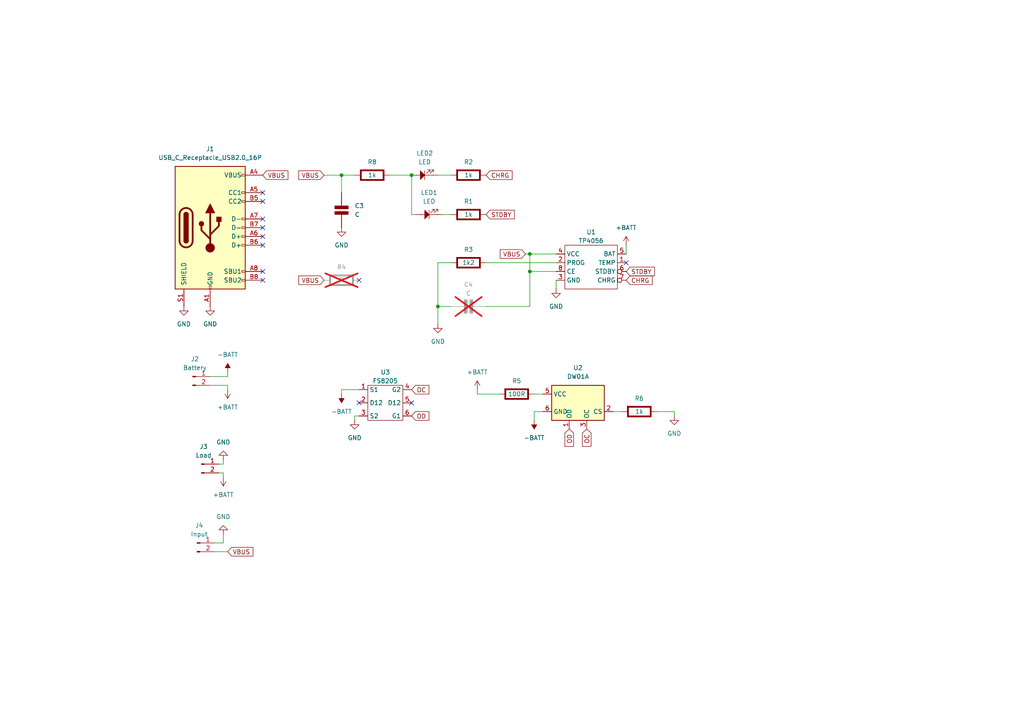
<source format=kicad_sch>
(kicad_sch (version 20231120) (generator "eeschema") (generator_version "8.0")
  (paper "A4")
  (lib_symbols
    (symbol "Battery_Management:DW01A"
      (property "Reference" "U" (at -6.604 6.35 0))
      (property "Value" "DW01A" (at 4.318 6.604 0))
      (symbol "DW01A_0_1"
        (pin output line (at -2.54 -7.62 90) (length 2.54) (name "OD") (number "1"))
        (pin input line (at 10.16 -2.54 180) (length 2.54) (name "CS") (number "2"))
        (pin output line (at 2.54 -7.62 90) (length 2.54) (name "OC") (number "3"))
        (pin power_in line (at -10.16 2.54 0) (length 2.54) (name "VCC") (number "5"))
        (pin power_in line (at -10.16 -2.54 0) (length 2.54) (name "GND") (number "6"))
      )
      (symbol "DW01A_1_1"
        (rectangle (start -7.62 5.08) (end 7.62 -5.08) (stroke (width 0.254)) (fill (type background)))
        (pin no_connect line (at 10.16 2.54 180) (length 2.54) hide (name "TD") (number "4"))
      )
    )
    (symbol "Connector:Conn_01x02_Pin" (pin_names (offset 1.016) hide)
      (property "Reference" "J" (at 0 2.54 0))
      (property "Value" "Conn_01x02_Pin" (at 0 -5.08 0))
      (symbol "Conn_01x02_Pin_1_1"
        (polyline (pts (xy 1.27 -2.54) (xy 0.8636 -2.54)) (stroke (width 0.1524)))
        (polyline (pts (xy 1.27 0) (xy 0.8636 0)) (stroke (width 0.1524)))
        (rectangle (start 0.8636 -2.413) (end 0 -2.667) (stroke (width 0.1524)) (fill (type outline)))
        (rectangle (start 0.8636 0.127) (end 0 -0.127) (stroke (width 0.1524)) (fill (type outline)))
        (pin passive line (at 5.08 0 180) (length 3.81) (name "Pin_1") (number "1"))
        (pin passive line (at 5.08 -2.54 180) (length 3.81) (name "Pin_2") (number "2"))
      )
    )
    (symbol "Connector:USB_C_Receptacle_USB2.0_16P" (pin_names (offset 1.016))
      (property "Reference" "J" (at 0 22.225 0))
      (property "Value" "USB_C_Receptacle_USB2.0_16P" (at 0 19.685 0))
      (symbol "USB_C_Receptacle_USB2.0_16P_0_0"
        (rectangle (start -0.254 -17.78) (end 0.254 -16.764))
        (rectangle (start 10.16 -14.986) (end 9.144 -15.494))
        (rectangle (start 10.16 -12.446) (end 9.144 -12.954))
        (rectangle (start 10.16 -4.826) (end 9.144 -5.334))
        (rectangle (start 10.16 -2.286) (end 9.144 -2.794))
        (rectangle (start 10.16 0.254) (end 9.144 -0.254))
        (rectangle (start 10.16 2.794) (end 9.144 2.286))
        (rectangle (start 10.16 7.874) (end 9.144 7.366))
        (rectangle (start 10.16 10.414) (end 9.144 9.906))
        (rectangle (start 10.16 15.494) (end 9.144 14.986))
      )
      (symbol "USB_C_Receptacle_USB2.0_16P_0_1"
        (rectangle (start -10.16 17.78) (end 10.16 -17.78) (stroke (width 0.254)) (fill (type background)))
        (arc (start -8.89 -3.81) (mid -6.985 -5.7067) (end -5.08 -3.81) (stroke (width 0.508)))
        (arc (start -7.62 -3.81) (mid -6.985 -4.4423) (end -6.35 -3.81) (stroke (width 0.254)))
        (arc (start -7.62 -3.81) (mid -6.985 -4.4423) (end -6.35 -3.81) (stroke (width 0.254)) (fill (type outline)))
        (rectangle (start -7.62 -3.81) (end -6.35 3.81) (stroke (width 0.254)) (fill (type outline)))
        (arc (start -6.35 3.81) (mid -6.985 4.4423) (end -7.62 3.81) (stroke (width 0.254)))
        (arc (start -6.35 3.81) (mid -6.985 4.4423) (end -7.62 3.81) (stroke (width 0.254)) (fill (type outline)))
        (arc (start -5.08 3.81) (mid -6.985 5.7067) (end -8.89 3.81) (stroke (width 0.508)))
        (circle (center -2.54 1.143) (radius 0.635) (stroke (width 0.254)) (fill (type outline)))
        (circle (center 0 -5.842) (radius 1.27) (fill (type outline)))
        (polyline (pts (xy -8.89 -3.81) (xy -8.89 3.81)) (stroke (width 0.508)))
        (polyline (pts (xy -5.08 3.81) (xy -5.08 -3.81)) (stroke (width 0.508)))
        (polyline (pts (xy 0 -5.842) (xy 0 4.318)) (stroke (width 0.508)))
        (polyline (pts (xy 0 -3.302) (xy -2.54 -0.762) (xy -2.54 0.508)) (stroke (width 0.508)))
        (polyline (pts (xy 0 -2.032) (xy 2.54 0.508) (xy 2.54 1.778)) (stroke (width 0.508)))
        (polyline (pts (xy -1.27 4.318) (xy 0 6.858) (xy 1.27 4.318) (xy -1.27 4.318)) (stroke (width 0.254)) (fill (type outline)))
        (rectangle (start 1.905 1.778) (end 3.175 3.048) (stroke (width 0.254)) (fill (type outline)))
      )
      (symbol "USB_C_Receptacle_USB2.0_16P_1_1"
        (pin passive line (at 0 -22.86 90) (length 5.08) (name "GND") (number "A1"))
        (pin passive line (at 0 -22.86 90) (length 5.08) hide (name "GND") (number "A12"))
        (pin passive line (at 15.24 15.24 180) (length 5.08) (name "VBUS") (number "A4"))
        (pin bidirectional line (at 15.24 10.16 180) (length 5.08) (name "CC1") (number "A5"))
        (pin bidirectional line (at 15.24 -2.54 180) (length 5.08) (name "D+") (number "A6"))
        (pin bidirectional line (at 15.24 2.54 180) (length 5.08) (name "D-") (number "A7"))
        (pin bidirectional line (at 15.24 -12.7 180) (length 5.08) (name "SBU1") (number "A8"))
        (pin passive line (at 15.24 15.24 180) (length 5.08) hide (name "VBUS") (number "A9"))
        (pin passive line (at 0 -22.86 90) (length 5.08) hide (name "GND") (number "B1"))
        (pin passive line (at 0 -22.86 90) (length 5.08) hide (name "GND") (number "B12"))
        (pin passive line (at 15.24 15.24 180) (length 5.08) hide (name "VBUS") (number "B4"))
        (pin bidirectional line (at 15.24 7.62 180) (length 5.08) (name "CC2") (number "B5"))
        (pin bidirectional line (at 15.24 -5.08 180) (length 5.08) (name "D+") (number "B6"))
        (pin bidirectional line (at 15.24 0 180) (length 5.08) (name "D-") (number "B7"))
        (pin bidirectional line (at 15.24 -15.24 180) (length 5.08) (name "SBU2") (number "B8"))
        (pin passive line (at 15.24 15.24 180) (length 5.08) hide (name "VBUS") (number "B9"))
        (pin passive line (at -7.62 -22.86 90) (length 5.08) (name "SHIELD") (number "S1"))
      )
    )
    (symbol "FS8205:FS8205"
      (property "Reference" "U" (at 0 0 0))
      (symbol "FS8205_0_1"
        (rectangle (start -5.08 -1.27) (end 5.08 -11.43))
      )
      (symbol "FS8205_1_1"
        (pin power_in line (at -7.62 -2.54 0) (length 2.54) (name "S1") (number "1"))
        (pin power_in line (at -7.62 -6.35 0) (length 2.54) (name "D12") (number "2"))
        (pin power_in line (at -7.62 -10.16 0) (length 2.54) (name "S2") (number "3"))
        (pin power_in line (at 7.62 -2.54 180) (length 2.54) (name "G2") (number "4"))
        (pin power_in line (at 7.62 -6.35 180) (length 2.54) (name "D12") (number "5"))
        (pin power_in line (at 7.62 -10.16 180) (length 2.54) (name "G1") (number "6"))
      )
    )
    (symbol "PCM_Elektuur:C" (pin_numbers hide) (pin_names (offset 0) hide)
      (property "Reference" "C" (at 0.635 3.175 0))
      (property "Value" "C" (at 0.635 -3.175 0))
      (symbol "C_1_1"
        (rectangle (start -1.905 -0.4318) (end 1.905 -1.1938) (stroke (width 0.254)) (fill (type outline)))
        (rectangle (start -1.905 1.1938) (end 1.905 0.4318) (stroke (width 0.254)) (fill (type outline)))
        (pin passive line (at 0 5.08 270) (length 3.8862) (name "+") (number "1"))
        (pin passive line (at 0 -5.08 90) (length 3.8862) (name "-") (number "2"))
      )
      (symbol "C_1_2"
        (polyline (pts (xy -1.905 -1.4986) (xy 1.905 -1.4986) (xy 1.905 -0.4318) (xy -1.905 -0.4318) (xy -1.905 -1.4986) (xy -1.8034 -1.397) (xy -1.8034 -0.5334) (xy 1.8034 -0.5334) (xy 1.8034 -1.397) (xy -1.8034 -1.397) (xy -1.905 -1.4986)) (stroke (width 0.254)) (fill (type outline)))
        (polyline (pts (xy -1.905 0.4318) (xy 1.905 0.4318) (xy 1.905 1.4986) (xy -1.905 1.4986) (xy -1.905 0.4318) (xy -1.8034 0.5334) (xy -1.8034 1.397) (xy 1.8034 1.397) (xy 1.8034 0.5334) (xy -1.8034 0.5334) (xy -1.905 0.4318)) (stroke (width 0.254)) (fill (type outline)))
        (pin passive line (at 0 5.08 270) (length 3.5814) (name "+") (number "1"))
        (pin passive line (at 0 -5.08 90) (length 3.5814) (name "-") (number "2"))
      )
    )
    (symbol "PCM_Elektuur:R" (pin_numbers hide) (pin_names (offset 0) hide)
      (property "Reference" "R" (at 2.54 3.175 0))
      (property "Value" "R" (at 0 0 90))
      (symbol "R_1_1"
        (polyline (pts (xy -1.524 -3.429) (xy 1.524 -3.429) (xy 1.524 3.429) (xy -1.524 3.429) (xy -1.524 -3.429) (xy -1.27 -3.175) (xy -1.27 3.175) (xy 1.27 3.175) (xy 1.27 -3.175) (xy -1.27 -3.175) (xy -1.524 -3.429)) (stroke (width 0.254)) (fill (type outline)))
        (pin passive line (at 0 5.08 270) (length 1.651) (name "+") (number "1"))
        (pin passive line (at 0 -5.08 90) (length 1.651) (name "-") (number "2"))
      )
      (symbol "R_1_2"
        (polyline (pts (xy -0.508 -3.429) (xy 1.524 -3.429) (xy 1.524 3.429) (xy -0.508 3.429) (xy -0.508 3.175) (xy 1.27 3.175) (xy 1.27 -3.175) (xy -0.508 -3.175) (xy -0.508 -3.429)) (stroke (width 0.254)) (fill (type outline)))
        (pin passive line (at 0 5.08 270) (length 1.651) (name "+") (number "1"))
        (pin passive line (at 0 -5.08 90) (length 1.651) (name "-") (number "2"))
      )
      (symbol "R_1_3"
        (polyline (pts (xy 0 3.4798) (xy 0 3.2004) (xy 0.7112 2.794) (xy -1.1938 1.6764) (xy 0.7112 0.5588) (xy -1.1938 -0.5588) (xy 0.7112 -1.6764) (xy -1.1938 -2.794) (xy 0 -3.4798) (xy 0 -3.2004) (xy -0.7112 -2.794) (xy 1.1938 -1.6764) (xy -0.7112 -0.5588) (xy 1.1938 0.5588) (xy -0.7112 1.6764) (xy 1.1938 2.794) (xy 0 3.4798)) (stroke (width 0.254)) (fill (type outline)))
        (pin passive line (at 0 5.08 270) (length 1.6002) (name "+") (number "1"))
        (pin passive line (at 0 -5.08 90) (length 1.6002) (name "-") (number "2"))
      )
      (symbol "R_1_4"
        (polyline (pts (xy 0 4.5466) (xy 0 4.2672) (xy 0.0508 4.2418) (xy 1.016 3.683) (xy -1.524 2.2098) (xy 1.016 0.7366) (xy -1.524 -0.7366) (xy 1.016 -2.2098) (xy -1.524 -3.683) (xy -0.0762 -4.5212) (xy 0 -4.5466) (xy 0 -4.2672) (xy -0.0508 -4.2418) (xy -1.016 -3.683) (xy 1.524 -2.2098) (xy -1.016 -0.7366) (xy 1.524 0.7366) (xy -1.016 2.2098) (xy 1.524 3.683) (xy 0.0762 4.5212) (xy 0 4.5466)) (stroke (width 0.254)) (fill (type outline)))
        (pin passive line (at 0 5.08 270) (length 0.5334) (name "+") (number "1"))
        (pin passive line (at 0 -5.08 90) (length 0.5334) (name "-") (number "2"))
      )
    )
    (symbol "PCM_SL_Devices:LED"
      (property "Reference" "D" (at -0.508 5.334 0))
      (property "Value" "LED" (at -0.508 2.794 0))
      (symbol "LED_0_1"
        (polyline (pts (xy -1.27 0) (xy -2.54 0)))
        (polyline (pts (xy 0 1.27) (xy 0 -1.27)))
        (polyline (pts (xy 0.508 0.508) (xy 1.524 1.524)))
        (polyline (pts (xy 1.27 0) (xy 2.54 0)))
        (polyline (pts (xy 1.524 0.508) (xy 2.54 1.524)))
        (polyline (pts (xy 1.524 1.524) (xy 0.889 1.524)))
        (polyline (pts (xy 1.524 1.524) (xy 1.524 0.889)))
        (polyline (pts (xy 2.54 1.524) (xy 1.905 1.524)))
        (polyline (pts (xy 2.54 1.524) (xy 2.54 0.889)))
        (polyline (pts (xy 0 0) (xy -1.27 -1.27) (xy -1.27 1.27) (xy 0 0) (xy 1.27 0)) (fill (type outline)))
      )
      (symbol "LED_1_1"
        (pin passive line (at 3.81 0 180) (length 1.5) (name "~") (number "1"))
        (pin passive line (at -3.81 0 0) (length 1.5) (name "") (number "2"))
      )
    )
    (symbol "TP4056:TP4056"
      (property "Reference" "U" (at 0 0 0))
      (symbol "TP4056_0_1"
        (rectangle (start -7.62 -1.27) (end 7.62 -13.97))
      )
      (symbol "TP4056_1_1"
        (pin input line (at 10.16 -6.35 180) (length 2.54) (name "TEMP") (number "1"))
        (pin input line (at -10.16 -6.35 0) (length 2.54) (name "PROG") (number "2"))
        (pin power_in line (at -10.16 -11.43 0) (length 2.54) (name "GND") (number "3"))
        (pin power_in line (at -10.16 -3.81 0) (length 2.54) (name "VCC") (number "4"))
        (pin power_out line (at 10.16 -3.81 180) (length 2.54) (name "BAT") (number "5"))
        (pin output inverted (at 10.16 -8.89 180) (length 2.54) (name "STDBY") (number "6"))
        (pin output inverted (at 10.16 -11.43 180) (length 2.54) (name "CHRG") (number "7"))
        (pin output line (at -10.16 -8.89 0) (length 2.54) (name "CE") (number "8"))
      )
    )
    (symbol "power:+BATT" (power) (pin_numbers hide) (pin_names (offset 0) hide)
      (property "Value" "+BATT" (at 0 3.556 0))
      (symbol "+BATT_0_1"
        (polyline (pts (xy -0.762 1.27) (xy 0 2.54)))
        (polyline (pts (xy 0 0) (xy 0 2.54)))
        (polyline (pts (xy 0 2.54) (xy 0.762 1.27)))
      )
      (symbol "+BATT_1_1"
        (pin power_in line (at 0 0 90) (length 0) (name "~") (number "1"))
      )
    )
    (symbol "power:-BATT" (power) (pin_numbers hide) (pin_names (offset 0) hide)
      (property "Value" "-BATT" (at 0 3.556 0))
      (symbol "-BATT_0_1"
        (polyline (pts (xy 0 0) (xy 0 2.54)))
        (polyline (pts (xy 0.762 1.27) (xy -0.762 1.27) (xy 0 2.54) (xy 0.762 1.27)) (fill (type outline)))
      )
      (symbol "-BATT_1_1"
        (pin power_in line (at 0 0 90) (length 0) (name "~") (number "1"))
      )
    )
    (symbol "power:GND" (power) (pin_numbers hide) (pin_names (offset 0) hide)
      (property "Value" "GND" (at 0 -3.81 0))
      (symbol "GND_0_1"
        (polyline (pts (xy 0 0) (xy 0 -1.27) (xy 1.27 -1.27) (xy 0 -2.54) (xy -1.27 -1.27) (xy 0 -1.27)))
      )
      (symbol "GND_1_1"
        (pin power_in line (at 0 0 270) (length 0) (name "~") (number "1"))
      )
    )
  )
  (junction (at 153.67 73.66))
  (junction (at 127 88.9))
  (junction (at 119.38 50.8))
  (junction (at 153.67 78.74))
  (junction (at 99.06 50.8))
  (no_connect (at 76.2 78.74))
  (no_connect (at 104.14 81.28))
  (no_connect (at 76.2 58.42))
  (no_connect (at 76.2 71.12))
  (no_connect (at 76.2 68.58))
  (no_connect (at 76.2 81.28))
  (no_connect (at 76.2 66.04))
  (no_connect (at 104.14 116.84))
  (no_connect (at 119.38 116.84))
  (no_connect (at 76.2 63.5))
  (no_connect (at 181.61 76.2))
  (no_connect (at 76.2 55.88))
  (wire (pts (xy 99.06 113.03) (xy 104.14 113.03)))
  (wire (pts (xy 157.48 119.38) (xy 154.94 119.38)))
  (wire (pts (xy 64.77 137.16) (xy 63.5 137.16)))
  (wire (pts (xy 161.29 83.82) (xy 161.29 81.28)))
  (wire (pts (xy 64.77 134.62) (xy 63.5 134.62)))
  (wire (pts (xy 138.43 114.3) (xy 144.78 114.3)))
  (wire (pts (xy 153.67 73.66) (xy 161.29 73.66)))
  (wire (pts (xy 64.77 154.94) (xy 64.77 157.48)))
  (wire (pts (xy 113.03 50.8) (xy 119.38 50.8)))
  (wire (pts (xy 181.61 71.12) (xy 181.61 73.66)))
  (wire (pts (xy 195.58 120.65) (xy 195.58 119.38)))
  (wire (pts (xy 138.43 113.03) (xy 138.43 114.3)))
  (wire (pts (xy 127 50.8) (xy 130.81 50.8)))
  (wire (pts (xy 64.77 157.48) (xy 62.23 157.48)))
  (wire (pts (xy 64.77 138.43) (xy 64.77 137.16)))
  (wire (pts (xy 153.67 78.74) (xy 161.29 78.74)))
  (wire (pts (xy 64.77 133.35) (xy 64.77 134.62)))
  (wire (pts (xy 127 88.9) (xy 130.81 88.9)))
  (wire (pts (xy 66.04 113.03) (xy 66.04 111.76)))
  (wire (pts (xy 153.67 88.9) (xy 140.97 88.9)))
  (wire (pts (xy 102.87 120.65) (xy 104.14 120.65)))
  (wire (pts (xy 99.06 50.8) (xy 99.06 55.88)))
  (wire (pts (xy 99.06 50.8) (xy 102.87 50.8)))
  (wire (pts (xy 128.27 62.23) (xy 130.81 62.23)))
  (wire (pts (xy 119.38 62.23) (xy 120.65 62.23)))
  (wire (pts (xy 66.04 111.76) (xy 60.96 111.76)))
  (wire (pts (xy 127 88.9) (xy 127 76.2)))
  (wire (pts (xy 161.29 76.2) (xy 140.97 76.2)))
  (wire (pts (xy 102.87 120.65) (xy 102.87 121.92)))
  (wire (pts (xy 127 76.2) (xy 130.81 76.2)))
  (wire (pts (xy 93.98 50.8) (xy 99.06 50.8)))
  (wire (pts (xy 99.06 114.3) (xy 99.06 113.03)))
  (wire (pts (xy 119.38 62.23) (xy 119.38 50.8)))
  (wire (pts (xy 66.04 160.02) (xy 62.23 160.02)))
  (wire (pts (xy 154.94 114.3) (xy 157.48 114.3)))
  (wire (pts (xy 153.67 78.74) (xy 153.67 88.9)))
  (wire (pts (xy 66.04 109.22) (xy 60.96 109.22)))
  (wire (pts (xy 152.4 73.66) (xy 153.67 73.66)))
  (wire (pts (xy 153.67 73.66) (xy 153.67 78.74)))
  (wire (pts (xy 195.58 119.38) (xy 190.5 119.38)))
  (wire (pts (xy 154.94 119.38) (xy 154.94 121.92)))
  (wire (pts (xy 127 93.98) (xy 127 88.9)))
  (wire (pts (xy 177.8 119.38) (xy 180.34 119.38)))
  (wire (pts (xy 66.04 107.95) (xy 66.04 109.22)))
  (global_label "VBUS" (shape input) (at 66.04 160.02 0) (property "Intersheetrefs" "${INTERSHEET_REFS}" (effects (hide yes))))
  (global_label "CHRG" (shape input) (at 140.97 50.8 0) (property "Intersheetrefs" "${INTERSHEET_REFS}" (effects (hide yes))))
  (global_label "CHRG" (shape input) (at 181.61 81.28 0) (property "Intersheetrefs" "${INTERSHEET_REFS}" (effects (hide yes))))
  (global_label "VBUS" (shape input) (at 93.98 50.8 180) (property "Intersheetrefs" "${INTERSHEET_REFS}" (effects (hide yes))))
  (global_label "OC" (shape input) (at 119.38 113.03 0) (property "Intersheetrefs" "${INTERSHEET_REFS}" (effects (hide yes))))
  (global_label "VBUS" (shape input) (at 152.4 73.66 180) (property "Intersheetrefs" "${INTERSHEET_REFS}" (effects (hide yes))))
  (global_label "STDBY" (shape input) (at 140.97 62.23 0) (property "Intersheetrefs" "${INTERSHEET_REFS}" (effects (hide yes))))
  (global_label "OD" (shape input) (at 165.1 124.46 270) (property "Intersheetrefs" "${INTERSHEET_REFS}" (effects (hide yes))))
  (global_label "STDBY" (shape input) (at 181.61 78.74 0) (property "Intersheetrefs" "${INTERSHEET_REFS}" (effects (hide yes))))
  (global_label "VBUS" (shape input) (at 76.2 50.8 0) (property "Intersheetrefs" "${INTERSHEET_REFS}" (effects (hide yes))))
  (global_label "OC" (shape input) (at 170.18 124.46 270) (property "Intersheetrefs" "${INTERSHEET_REFS}" (effects (hide yes))))
  (global_label "VBUS" (shape input) (at 93.98 81.28 180) (property "Intersheetrefs" "${INTERSHEET_REFS}" (effects (hide yes))))
  (global_label "OD" (shape input) (at 119.38 120.65 0) (property "Intersheetrefs" "${INTERSHEET_REFS}" (effects (hide yes))))
  (symbol (lib_id "power:-BATT") (at 154.94 121.92 180) (unit 1)
    (property "Reference" "#PWR08" (effects (hide yes)))
    (property "Value" "-BATT" (at 154.94 127 0))
    (property "Description" "Power symbol creates a global label with name \"-BATT\"" (effects (hide yes)))
  )
  (symbol (lib_id "power:+BATT") (at 64.77 138.43 180) (unit 1)
    (property "Reference" "#PWR014" (effects (hide yes)))
    (property "Value" "+BATT" (at 64.77 143.51 0))
    (property "Description" "Power symbol creates a global label with name \"+BATT\"" (effects (hide yes)))
  )
  (symbol (lib_id "power:+BATT") (at 181.61 71.12 0) (unit 1)
    (property "Reference" "#PWR06" (effects (hide yes)))
    (property "Value" "+BATT" (at 181.61 66.04 0))
    (property "Description" "Power symbol creates a global label with name \"+BATT\"" (effects (hide yes)))
  )
  (symbol (lib_id "PCM_Elektuur:R") (at 135.89 62.23 90) (unit 1)
    (property "Reference" "R1" (at 135.89 58.42 90))
    (property "Value" "1k" (at 135.89 62.23 90))
    (property "Description" "resistor" (effects (hide yes)))
    (property "Indicator" "+" (effects (hide yes)))
    (property "Rating" "W" (effects (hide yes)))
  )
  (symbol (lib_id "power:-BATT") (at 99.06 114.3 180) (unit 1)
    (property "Reference" "#PWR010" (effects (hide yes)))
    (property "Value" "-BATT" (at 99.06 119.38 0))
    (property "Description" "Power symbol creates a global label with name \"-BATT\"" (effects (hide yes)))
  )
  (symbol (lib_id "power:GND") (at 127 93.98 0) (unit 1)
    (property "Reference" "#PWR04" (effects (hide yes)))
    (property "Value" "GND" (at 127 99.06 0))
    (property "Description" "Power symbol creates a global label with name \"GND\" , ground" (effects (hide yes)))
  )
  (symbol (lib_id "power:+BATT") (at 66.04 113.03 180) (unit 1)
    (property "Reference" "#PWR012" (effects (hide yes)))
    (property "Value" "+BATT" (at 66.04 118.11 0))
    (property "Description" "Power symbol creates a global label with name \"+BATT\"" (effects (hide yes)))
  )
  (symbol (lib_id "PCM_Elektuur:C") (at 99.06 60.96 0) (unit 1)
    (property "Reference" "C3" (at 102.87 59.6899 0) (effects (justify left)))
    (property "Value" "C" (at 102.87 62.2299 0) (effects (justify left)))
    (property "Description" "capacitor, non-polarized/bipolar" (effects (hide yes)))
    (property "Indicator" "+" (effects (hide yes)))
    (property "Rating" "V" (effects (hide yes)))
  )
  (symbol (lib_id "PCM_SL_Devices:LED") (at 124.46 62.23 0) (unit 1)
    (property "Reference" "LED1" (at 124.46 55.88 0))
    (property "Value" "LED" (at 124.46 58.42 0))
    (property "Footprint" "LED_THT:LED_D5.0mm" (effects (hide yes)))
    (property "Description" "Common 5mm diameter LED" (effects (hide yes)))
  )
  (symbol (lib_id "PCM_Elektuur:R") (at 185.42 119.38 270) (unit 1)
    (property "Reference" "R6" (at 185.42 115.57 90))
    (property "Value" "1k" (at 185.42 119.38 90))
    (property "Description" "resistor" (effects (hide yes)))
    (property "Indicator" "+" (effects (hide yes)))
    (property "Rating" "W" (effects (hide yes)))
  )
  (symbol (lib_id "Connector:Conn_01x02_Pin") (at 55.88 109.22 0) (unit 1)
    (property "Reference" "J2" (at 56.515 104.14 0))
    (property "Value" "Battery" (at 56.515 106.68 0))
    (property "Description" "Generic connector, single row, 01x02, script generated" (effects (hide yes)))
  )
  (symbol (lib_id "FS8205:FS8205") (at 111.76 110.49 0) (unit 1)
    (property "Reference" "U3" (at 111.76 107.95 0))
    (property "Value" "FS8205" (at 111.76 110.49 0))
  )
  (symbol (lib_id "power:GND") (at 64.77 154.94 180) (unit 1)
    (property "Reference" "#PWR016" (effects (hide yes)))
    (property "Value" "GND" (at 64.77 149.86 0))
    (property "Description" "Power symbol creates a global label with name \"GND\" , ground" (effects (hide yes)))
  )
  (symbol (lib_id "PCM_Elektuur:C") (at 135.89 88.9 90) (unit 1) (dnp yes)
    (property "Reference" "C4" (at 135.89 82.55 90))
    (property "Value" "C" (at 135.89 85.09 90))
    (property "Description" "capacitor, non-polarized/bipolar" (effects (hide yes)))
    (property "Indicator" "+" (effects (hide yes)))
    (property "Rating" "V" (effects (hide yes)))
  )
  (symbol (lib_id "TP4056:TP4056") (at 171.45 69.85 0) (unit 1)
    (property "Reference" "U1" (at 171.45 67.31 0))
    (property "Value" "TP4056" (at 171.45 69.85 0))
    (property "Footprint" "Package_SO:SOP-8_3.9x4.9mm_P1.27mm" (effects (hide yes)))
  )
  (symbol (lib_id "power:GND") (at 195.58 120.65 0) (unit 1)
    (property "Reference" "#PWR09" (effects (hide yes)))
    (property "Value" "GND" (at 195.58 125.73 0))
    (property "Description" "Power symbol creates a global label with name \"GND\" , ground" (effects (hide yes)))
  )
  (symbol (lib_id "PCM_Elektuur:R") (at 135.89 76.2 270) (unit 1)
    (property "Reference" "R3" (at 135.89 72.39 90))
    (property "Value" "1k2" (at 135.89 76.2 90))
    (property "Description" "resistor" (effects (hide yes)))
    (property "Indicator" "+" (effects (hide yes)))
    (property "Rating" "W" (effects (hide yes)))
  )
  (symbol (lib_id "power:GND") (at 60.96 88.9 0) (unit 1)
    (property "Reference" "#PWR01" (effects (hide yes)))
    (property "Value" "GND" (at 60.96 93.98 0))
    (property "Description" "Power symbol creates a global label with name \"GND\" , ground" (effects (hide yes)))
  )
  (symbol (lib_id "PCM_SL_Devices:LED") (at 123.19 50.8 0) (unit 1)
    (property "Reference" "LED2" (at 123.19 44.45 0))
    (property "Value" "LED" (at 123.19 46.99 0))
    (property "Footprint" "LED_THT:LED_D5.0mm" (effects (hide yes)))
    (property "Description" "Common 5mm diameter LED" (effects (hide yes)))
  )
  (symbol (lib_id "Connector:Conn_01x02_Pin") (at 58.42 134.62 0) (unit 1)
    (property "Reference" "J3" (at 59.055 129.54 0))
    (property "Value" "Load" (at 59.055 132.08 0))
    (property "Description" "Generic connector, single row, 01x02, script generated" (effects (hide yes)))
  )
  (symbol (lib_id "power:GND") (at 99.06 66.04 0) (unit 1)
    (property "Reference" "#PWR03" (effects (hide yes)))
    (property "Value" "GND" (at 99.06 71.12 0))
    (property "Description" "Power symbol creates a global label with name \"GND\" , ground" (effects (hide yes)))
  )
  (symbol (lib_id "power:GND") (at 64.77 133.35 180) (unit 1)
    (property "Reference" "#PWR015" (effects (hide yes)))
    (property "Value" "GND" (at 64.77 128.27 0))
    (property "Description" "Power symbol creates a global label with name \"GND\" , ground" (effects (hide yes)))
  )
  (symbol (lib_id "PCM_Elektuur:R") (at 107.95 50.8 90) (unit 1)
    (property "Reference" "R8" (at 107.95 46.99 90))
    (property "Value" "1k" (at 107.95 50.8 90))
    (property "Description" "resistor" (effects (hide yes)))
    (property "Indicator" "+" (effects (hide yes)))
    (property "Rating" "W" (effects (hide yes)))
  )
  (symbol (lib_id "Connector:Conn_01x02_Pin") (at 57.15 157.48 0) (unit 1)
    (property "Reference" "J4" (at 57.785 152.4 0))
    (property "Value" "Input" (at 57.785 154.94 0))
    (property "Description" "Generic connector, single row, 01x02, script generated" (effects (hide yes)))
  )
  (symbol (lib_id "PCM_Elektuur:R") (at 99.06 81.28 270) (unit 1) (dnp yes)
    (property "Reference" "R4" (at 99.06 77.47 90))
    (property "Value" "R" (at 99.06 81.28 90))
    (property "Description" "resistor" (effects (hide yes)))
    (property "Indicator" "+" (effects (hide yes)))
    (property "Rating" "W" (effects (hide yes)))
  )
  (symbol (lib_id "PCM_Elektuur:R") (at 135.89 50.8 270) (unit 1)
    (property "Reference" "R2" (at 135.89 46.99 90))
    (property "Value" "1k" (at 135.89 50.8 90))
    (property "Description" "resistor" (effects (hide yes)))
    (property "Indicator" "+" (effects (hide yes)))
    (property "Rating" "W" (effects (hide yes)))
  )
  (symbol (lib_id "Connector:USB_C_Receptacle_USB2.0_16P") (at 60.96 66.04 0) (unit 1)
    (property "Reference" "J1" (at 60.96 43.18 0))
    (property "Value" "USB_C_Receptacle_USB2.0_16P" (at 60.96 45.72 0))
    (property "Footprint" "Connector_USB:USB_C_Receptacle_G-Switch_GT-USB-7010ASV" (effects (hide yes)))
    (property "Datasheet" "https://www.usb.org/sites/default/files/documents/usb_type-c.zip" (effects (hide yes)))
    (property "Description" "USB 2.0-only 16P Type-C Receptacle connector" (effects (hide yes)))
  )
  (symbol (lib_id "power:GND") (at 53.34 88.9 0) (unit 1)
    (property "Reference" "#PWR02" (effects (hide yes)))
    (property "Value" "GND" (at 53.34 93.98 0))
    (property "Description" "Power symbol creates a global label with name \"GND\" , ground" (effects (hide yes)))
  )
  (symbol (lib_id "power:+BATT") (at 138.43 113.03 0) (unit 1)
    (property "Reference" "#PWR07" (effects (hide yes)))
    (property "Value" "+BATT" (at 138.43 107.95 0))
    (property "Description" "Power symbol creates a global label with name \"+BATT\"" (effects (hide yes)))
  )
  (symbol (lib_id "PCM_Elektuur:R") (at 149.86 114.3 270) (unit 1)
    (property "Reference" "R5" (at 149.86 110.49 90))
    (property "Value" "100R" (at 149.86 114.3 90))
    (property "Description" "resistor" (effects (hide yes)))
    (property "Indicator" "+" (effects (hide yes)))
    (property "Rating" "W" (effects (hide yes)))
  )
  (symbol (lib_id "power:GND") (at 102.87 121.92 0) (unit 1)
    (property "Reference" "#PWR011" (effects (hide yes)))
    (property "Value" "GND" (at 102.87 127 0))
    (property "Description" "Power symbol creates a global label with name \"GND\" , ground" (effects (hide yes)))
  )
  (symbol (lib_id "Battery_Management:DW01A") (at 167.64 116.84 0) (unit 1)
    (property "Reference" "U2" (at 167.64 106.68 0))
    (property "Value" "DW01A" (at 167.64 109.22 0))
    (property "Footprint" "Package_TO_SOT_SMD:SOT-23-6" (effects (hide yes)))
    (property "Datasheet" "https://hmsemi.com/downfile/DW01A.PDF" (effects (hide yes)))
    (property "Description" "Overcharge, overcurrent and overdischarge protection IC for single cell lithium-ion/polymer battery" (effects (hide yes)))
  )
  (symbol (lib_id "power:GND") (at 161.29 83.82 0) (unit 1)
    (property "Reference" "#PWR05" (effects (hide yes)))
    (property "Value" "GND" (at 161.29 88.9 0))
    (property "Description" "Power symbol creates a global label with name \"GND\" , ground" (effects (hide yes)))
  )
  (symbol (lib_id "power:-BATT") (at 66.04 107.95 0) (unit 1)
    (property "Reference" "#PWR013" (effects (hide yes)))
    (property "Value" "-BATT" (at 66.04 102.87 0))
    (property "Description" "Power symbol creates a global label with name \"-BATT\"" (effects (hide yes)))
  )
)
</source>
